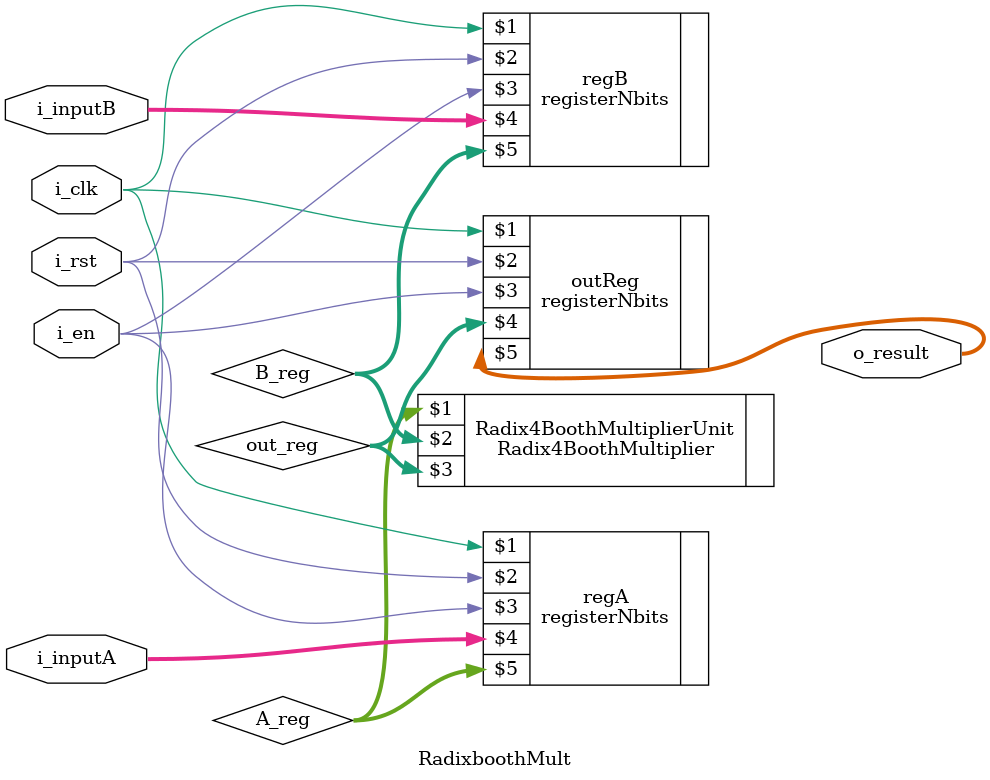
<source format=v>

module Radix4BoothMultiplierSeq (
      clk ,  load,rst ,multiplicand,multiplier,product
);
    /// defining the inputs 
    input [31 : 0] multiplicand, multiplier; 
    input clk, rst, load;
    /// defining the outputs 
    output reg [63: 0] product ;

    /// defining utility components 
    reg [31:0] multiplicandReg , multiplierReg; 
    reg [2:0] coderReg[15:0]  ; // this is a register in which we store the codes of the multiplier. 
    reg [63:0] subRes[15:0]  ; // this is a reg in which we store the result of each step
    reg [31:0] compMultiplicand; /// this is the complement of the multiplicand to be used in the operation step.
    reg [4:0] evaluatingTheCoderCounter; /// this act as the loop counter it starts with 16 and decrements by 1 each time till reach 0 in order to evaluate the coder 
    reg [4:0] evaluatingSubResultsCounter; /// this act as the loop counter it starts with 16 and decrements by 1 each time till reach 0 in order to evaluate the sub results
    reg [4:0] evaluatingFinalResultCounter; /// this act as the loop counter it starts with 16 and decrements by 1 each time till reach 0 in order to evaluate the final result
    /*
        Coder Tabel:
        000 || 111 => multiply multiplicand by 0
        001 || 010 => multiply multiplicand by 1
        101 || 110 => multiply multiplicand by -1
        011  => multiply multiplicand by 2
        100  => multiply multiplicand by -2
    */

    /*
        Multiplication notes: 
        0-> res = 0
        1 -> res = multiplicand
        -1 -> res = 2Comp(multiplicand)
        2 -> res = multiplicand << 1
        -2 -> res = 2Comp(multiplicand << 1)
    */

    always @(posedge clk) begin

        /// reseting the registers. 
        if(rst == 1'b1) begin
            multiplicandReg = 32'b0; 
            multiplierReg = 32'b0; 
            product = 64'b0;
            evaluatingFinalResultCounter = 5'b10000;
            evaluatingSubResultsCounter = 5'b10000;
            evaluatingTheCoderCounter = 5'b10000;
            for(i = 0 ; i < 16 ; i = i + 1) begin
                subRes[i] = 64'b0;
                coderReg[i] = 3'b0; 
            end
        end
        
        /// loading the numbers to be evaluated. 
        else if (load == 1'b1) begin
            multiplicandReg = multiplicand; 
            multiplierReg = multiplier;
            compMultiplicand = ~multiplicand + 1;
        end else begin 
            /// alogrithm 
            //1- first we must prepare the coder in 16 clock cycles.
            if(evaluatingTheCoderCounter != 5'b0) begin 

                if( evaluatingTheCoderCounter == 1'b1) begin
                    case ({multiplier[1:0], 1'b0})
                        3'b000: coderReg[evaluatingTheCoderCounter - 1] = 3'b000; // 0
                        3'b111: coderReg[evaluatingTheCoderCounter - 1] = 3'b000; // 0
                        3'b001: coderReg[evaluatingTheCoderCounter - 1] = 3'b001; // 1
                        3'b010: coderReg[evaluatingTheCoderCounter - 1] = 3'b001; // 1
                        3'b101: coderReg[evaluatingTheCoderCounter - 1] = 3'b101; // -1
                        3'b110: coderReg[evaluatingTheCoderCounter - 1] = 3'b101; // -1
                        3'b011: coderReg[evaluatingTheCoderCounter - 1] = 3'b010; // 2
                        3'b100: coderReg[evaluatingTheCoderCounter - 1] = 3'b110; // -2
                        default: 
                        coderReg[evaluatingTheCoderCounter - 1] = 3'b000 ;
                    endcase
                end else begin
                    if({multiplier[(2*(evaluatingTheCoderCounter - 1)) + 1],multiplier[(2*(evaluatingTheCoderCounter - 1))], multiplier[(2*(evaluatingTheCoderCounter - 1)) - 1] } == 3'b000) begin
                        coderReg[evaluatingTheCoderCounter - 1] = 3'b000;
                    end
                    if({multiplier[(2*(evaluatingTheCoderCounter - 1)) + 1],multiplier[(2*(evaluatingTheCoderCounter - 1))], multiplier[(2*(evaluatingTheCoderCounter - 1)) - 1] } == 3'b111) begin
                        coderReg[evaluatingTheCoderCounter - 1] = 3'b000;
                    end
                    if({multiplier[(2*(evaluatingTheCoderCounter - 1)) + 1],multiplier[(2*(evaluatingTheCoderCounter - 1))], multiplier[(2*(evaluatingTheCoderCounter - 1)) - 1] } == 3'b001) begin
                        coderReg[evaluatingTheCoderCounter - 1] = 3'b001;
                    end
                    if({multiplier[(2*(evaluatingTheCoderCounter - 1)) + 1],multiplier[(2*(evaluatingTheCoderCounter - 1))], multiplier[(2*(evaluatingTheCoderCounter - 1)) - 1] } == 3'b010) begin
                        coderReg[evaluatingTheCoderCounter - 1] = 3'b001;
                    end
                    if({multiplier[(2*(evaluatingTheCoderCounter - 1)) + 1],multiplier[(2*(evaluatingTheCoderCounter - 1))], multiplier[(2*(evaluatingTheCoderCounter - 1)) - 1] } == 3'b101) begin
                        coderReg[evaluatingTheCoderCounter - 1] = 3'b101;
                    end
                    if({multiplier[(2*(evaluatingTheCoderCounter - 1)) + 1],multiplier[(2*(evaluatingTheCoderCounter - 1))], multiplier[(2*(evaluatingTheCoderCounter - 1)) - 1] } == 3'b110) begin
                        coderReg[evaluatingTheCoderCounter - 1] = 3'b101;
                    end
                    if({multiplier[(2*(evaluatingTheCoderCounter - 1)) + 1],multiplier[(2*(evaluatingTheCoderCounter - 1))], multiplier[(2*(evaluatingTheCoderCounter - 1)) - 1] } == 3'b100) begin
                        coderReg[evaluatingTheCoderCounter - 1] = 3'b110;
                    end
                    if({multiplier[(2*(evaluatingTheCoderCounter - 1)) + 1],multiplier[(2*(evaluatingTheCoderCounter - 1))], multiplier[(2*(evaluatingTheCoderCounter - 1)) - 1] } == 3'b011) begin
                        coderReg[evaluatingTheCoderCounter - 1] = 3'b010;
                    end
                end
            evaluatingTheCoderCounter = evaluatingTheCoderCounter - 1;
            //2- second we have to apply 16 different operations on the multiplicand. in 16 clock cycles.
            end else if (evaluatingSubResultsCounter != 5'b0) begin 
            case (coderReg[evaluatingSubResultsCounter - 1])
                3'b001: subRes[evaluatingSubResultsCounter - 1] = {{32{multiplicandReg[31]}},multiplicandReg} <<       (2*(evaluatingSubResultsCounter - 1)); // 1
                3'b101: subRes[evaluatingSubResultsCounter - 1] = {{32{compMultiplicand[31]}},compMultiplicand} <<     (2*(evaluatingSubResultsCounter - 1)); // -1
                3'b110: subRes[evaluatingSubResultsCounter - 1] = {{32{compMultiplicand[31]}},compMultiplicand} <<(1 + (2*(evaluatingSubResultsCounter - 1))); // -2 
                3'b010: subRes[evaluatingSubResultsCounter - 1] = {{32{multiplicandReg[31]}},multiplicandReg} <<(1 +   (2*(evaluatingSubResultsCounter - 1))); // 2 -> shift left 1
                3'b000: subRes[evaluatingSubResultsCounter - 1] = 64'b0; // 0
                default: 
                subRes[evaluatingSubResultsCounter - 1] = 64'b0;
            endcase
            evaluatingSubResultsCounter = evaluatingSubResultsCounter - 1;

            //3- last we need to sum the results of the 16 operations. in 16 clock cycles.
            end else if (evaluatingFinalResultCounter != 5'b0) begin
                product = product + subRes[evaluatingFinalResultCounter - 1];
                evaluatingFinalResultCounter = evaluatingFinalResultCounter - 1;
            end else begin 
                evaluatingFinalResultCounter=  5'b0;
                evaluatingSubResultsCounter=  5'b0;
                evaluatingTheCoderCounter=  5'b0;
                product = product; 
            end
        end
    end


endmodule



module RadixboothMult (
    input i_clk,
    input i_rst,
    input i_en,
    input [31:0] i_inputA,
    input [31:0] i_inputB,
    output [63:0] o_result
);

  wire [31:0] A_reg;
  wire [31:0] B_reg;
  wire [63:0] out_reg;


  registerNbits #(32) regA (
      i_clk,
      i_rst,
      i_en,
      i_inputA,
      A_reg
  );
  registerNbits #(32) regB (
      i_clk,
      i_rst,
      i_en,
      i_inputB,
      B_reg
  );
  Radix4BoothMultiplier Radix4BoothMultiplierUnit (
      A_reg,
      B_reg,
      out_reg
  );
  registerNbits #(64) outReg (
      i_clk,
      i_rst,
      i_en,
      out_reg,
      o_result[63:0]
  );
endmodule
</source>
